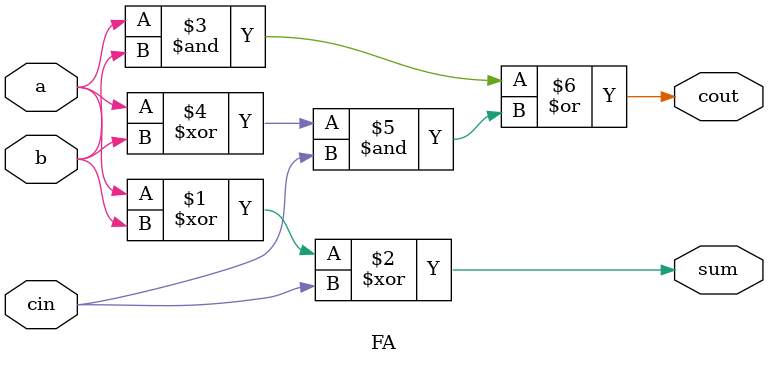
<source format=v>
module FFA (
	output [3:0] sum,
	output cout,
	input [3:0] a, b, 
	input cin
);
	wire [2:0] c;
	FA f1(.sum(sum[0]), .cout(c[0]), .a(a[0]), .b(b[0]), .cin(cin));
	FA f2(.sum(sum[1]), .cout(c[1]), .a(a[1]), .b(b[1]), .cin(c[0]));
	FA f3(.sum(sum[2]), .cout(c[2]), .a(a[2]), .b(b[2]), .cin(c[1]));
	FA f4(.sum(sum[3]), .cout(cout), .a(a[3]), .b(b[3]), .cin(c[2]));
endmodule

// Full adder 1-bit
module FA(
	output sum, cout,
	input a, b, cin
);
	assign sum = a ^ b ^ cin;
	assign cout = a & b | ((a^b) & cin);
	
endmodule 
</source>
